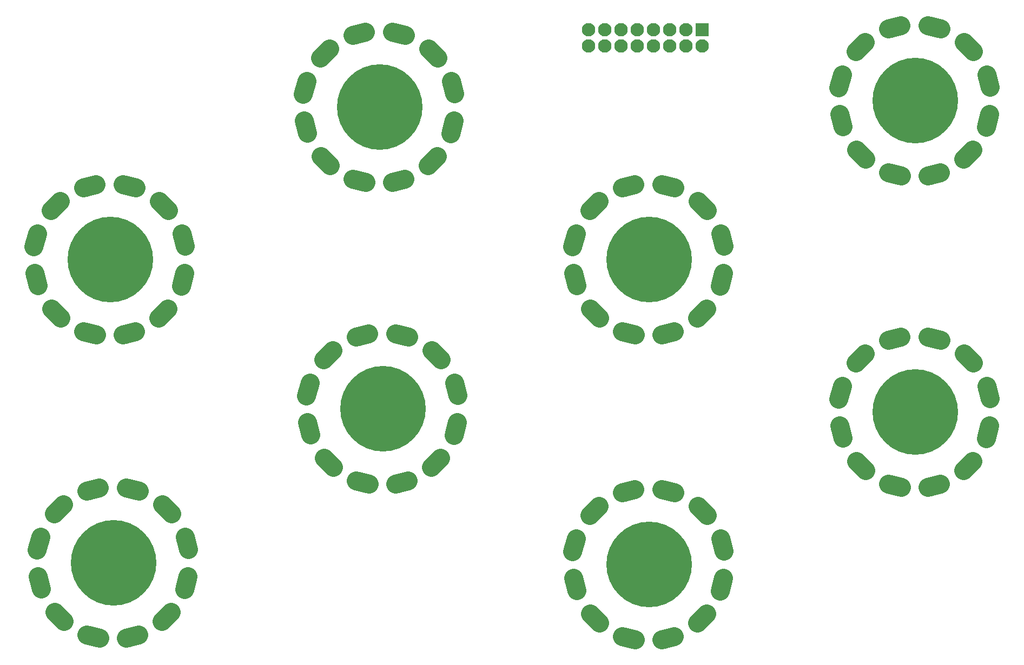
<source format=gbr>
G04 #@! TF.FileFunction,Soldermask,Top*
%FSLAX46Y46*%
G04 Gerber Fmt 4.6, Leading zero omitted, Abs format (unit mm)*
G04 Created by KiCad (PCBNEW 4.0.7) date Monday, October 14, 2019 'PMt' 08:24:28 PM*
%MOMM*%
%LPD*%
G01*
G04 APERTURE LIST*
%ADD10C,0.100000*%
%ADD11R,2.100000X2.100000*%
%ADD12C,2.100000*%
%ADD13C,2.940000*%
%ADD14C,13.400000*%
G04 APERTURE END LIST*
D10*
D11*
X156670000Y-73235000D03*
D12*
X156670000Y-75775000D03*
X154130000Y-73235000D03*
X154130000Y-75775000D03*
X151590000Y-73235000D03*
X151590000Y-75775000D03*
X149050000Y-73235000D03*
X149050000Y-75775000D03*
X146510000Y-73235000D03*
X146510000Y-75775000D03*
X143970000Y-73235000D03*
X143970000Y-75775000D03*
X141430000Y-73235000D03*
X141430000Y-75775000D03*
X138890000Y-73235000D03*
X138890000Y-75775000D03*
D13*
X53199441Y-160852104D02*
X52673521Y-158889342D01*
X76261886Y-154672540D02*
X75735966Y-152709778D01*
D14*
X64516000Y-156718000D03*
D13*
X56725580Y-165918388D02*
X55288740Y-164481548D01*
X73608461Y-149035506D02*
X72171621Y-147598666D01*
X68465718Y-168020725D02*
X66502956Y-168546645D01*
X62286154Y-144958281D02*
X60323392Y-145484201D01*
X62315117Y-168541309D02*
X60352355Y-168015389D01*
X68494680Y-145478864D02*
X66531918Y-144952944D01*
X76153794Y-158897759D02*
X75627874Y-160860521D01*
X53091350Y-152718196D02*
X52565430Y-154680958D01*
X73529333Y-164484628D02*
X72092493Y-165921468D01*
X56646451Y-147601747D02*
X55209611Y-149038587D01*
X52691441Y-113354104D02*
X52165521Y-111391342D01*
X75753886Y-107174540D02*
X75227966Y-105211778D01*
D14*
X64008000Y-109220000D03*
D13*
X56217580Y-118420388D02*
X54780740Y-116983548D01*
X73100461Y-101537506D02*
X71663621Y-100100666D01*
X67957718Y-120522725D02*
X65994956Y-121048645D01*
X61778154Y-97460281D02*
X59815392Y-97986201D01*
X61807117Y-121043309D02*
X59844355Y-120517389D01*
X67986680Y-97980864D02*
X66023918Y-97454944D01*
X75645794Y-111399759D02*
X75119874Y-113362521D01*
X52583350Y-105220196D02*
X52057430Y-107182958D01*
X73021333Y-116986628D02*
X71584493Y-118423468D01*
X56138451Y-100103747D02*
X54701611Y-101540587D01*
X95363441Y-136722104D02*
X94837521Y-134759342D01*
X118425886Y-130542540D02*
X117899966Y-128579778D01*
D14*
X106680000Y-132588000D03*
D13*
X98889580Y-141788388D02*
X97452740Y-140351548D01*
X115772461Y-124905506D02*
X114335621Y-123468666D01*
X110629718Y-143890725D02*
X108666956Y-144416645D01*
X104450154Y-120828281D02*
X102487392Y-121354201D01*
X104479117Y-144411309D02*
X102516355Y-143885389D01*
X110658680Y-121348864D02*
X108695918Y-120822944D01*
X118317794Y-134767759D02*
X117791874Y-136730521D01*
X95255350Y-128588196D02*
X94729430Y-130550958D01*
X115693333Y-140354628D02*
X114256493Y-141791468D01*
X98810451Y-123471747D02*
X97373611Y-124908587D01*
X94855441Y-89478104D02*
X94329521Y-87515342D01*
X117917886Y-83298540D02*
X117391966Y-81335778D01*
D14*
X106172000Y-85344000D03*
D13*
X98381580Y-94544388D02*
X96944740Y-93107548D01*
X115264461Y-77661506D02*
X113827621Y-76224666D01*
X110121718Y-96646725D02*
X108158956Y-97172645D01*
X103942154Y-73584281D02*
X101979392Y-74110201D01*
X103971117Y-97167309D02*
X102008355Y-96641389D01*
X110150680Y-74104864D02*
X108187918Y-73578944D01*
X117809794Y-87523759D02*
X117283874Y-89486521D01*
X94747350Y-81344196D02*
X94221430Y-83306958D01*
X115185333Y-93110628D02*
X113748493Y-94547468D01*
X98302451Y-76227747D02*
X96865611Y-77664587D01*
X137019441Y-161106104D02*
X136493521Y-159143342D01*
X160081886Y-154926540D02*
X159555966Y-152963778D01*
D14*
X148336000Y-156972000D03*
D13*
X140545580Y-166172388D02*
X139108740Y-164735548D01*
X157428461Y-149289506D02*
X155991621Y-147852666D01*
X152285718Y-168274725D02*
X150322956Y-168800645D01*
X146106154Y-145212281D02*
X144143392Y-145738201D01*
X146135117Y-168795309D02*
X144172355Y-168269389D01*
X152314680Y-145732864D02*
X150351918Y-145206944D01*
X159973794Y-159151759D02*
X159447874Y-161114521D01*
X136911350Y-152972196D02*
X136385430Y-154934958D01*
X157349333Y-164738628D02*
X155912493Y-166175468D01*
X140466451Y-147855747D02*
X139029611Y-149292587D01*
X137019441Y-113354104D02*
X136493521Y-111391342D01*
X160081886Y-107174540D02*
X159555966Y-105211778D01*
D14*
X148336000Y-109220000D03*
D13*
X140545580Y-118420388D02*
X139108740Y-116983548D01*
X157428461Y-101537506D02*
X155991621Y-100100666D01*
X152285718Y-120522725D02*
X150322956Y-121048645D01*
X146106154Y-97460281D02*
X144143392Y-97986201D01*
X146135117Y-121043309D02*
X144172355Y-120517389D01*
X152314680Y-97980864D02*
X150351918Y-97454944D01*
X159973794Y-111399759D02*
X159447874Y-113362521D01*
X136911350Y-105220196D02*
X136385430Y-107182958D01*
X157349333Y-116986628D02*
X155912493Y-118423468D01*
X140466451Y-100103747D02*
X139029611Y-101540587D01*
X178675441Y-137230104D02*
X178149521Y-135267342D01*
X201737886Y-131050540D02*
X201211966Y-129087778D01*
D14*
X189992000Y-133096000D03*
D13*
X182201580Y-142296388D02*
X180764740Y-140859548D01*
X199084461Y-125413506D02*
X197647621Y-123976666D01*
X193941718Y-144398725D02*
X191978956Y-144924645D01*
X187762154Y-121336281D02*
X185799392Y-121862201D01*
X187791117Y-144919309D02*
X185828355Y-144393389D01*
X193970680Y-121856864D02*
X192007918Y-121330944D01*
X201629794Y-135275759D02*
X201103874Y-137238521D01*
X178567350Y-129096196D02*
X178041430Y-131058958D01*
X199005333Y-140862628D02*
X197568493Y-142299468D01*
X182122451Y-123979747D02*
X180685611Y-125416587D01*
X178675441Y-88462104D02*
X178149521Y-86499342D01*
X201737886Y-82282540D02*
X201211966Y-80319778D01*
D14*
X189992000Y-84328000D03*
D13*
X182201580Y-93528388D02*
X180764740Y-92091548D01*
X199084461Y-76645506D02*
X197647621Y-75208666D01*
X193941718Y-95630725D02*
X191978956Y-96156645D01*
X187762154Y-72568281D02*
X185799392Y-73094201D01*
X187791117Y-96151309D02*
X185828355Y-95625389D01*
X193970680Y-73088864D02*
X192007918Y-72562944D01*
X201629794Y-86507759D02*
X201103874Y-88470521D01*
X178567350Y-80328196D02*
X178041430Y-82290958D01*
X199005333Y-92094628D02*
X197568493Y-93531468D01*
X182122451Y-75211747D02*
X180685611Y-76648587D01*
M02*

</source>
